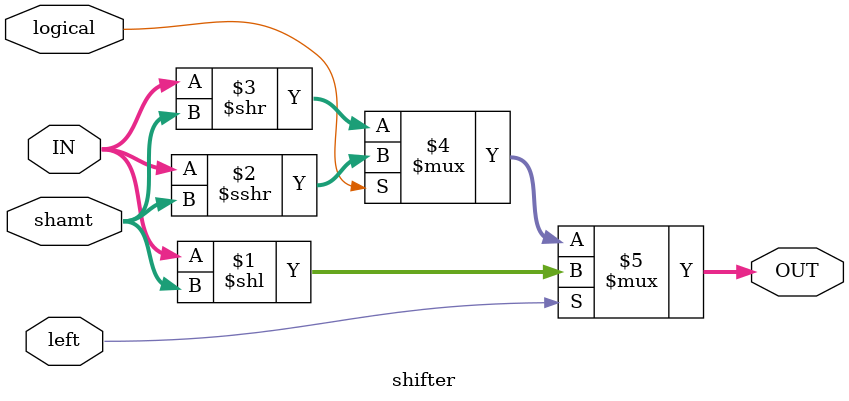
<source format=v>

`timescale 1ns / 1ps

module shifter #(parameter N=8)(
	input signed [N-1:0] IN,
	input [4:0] shamt,
	input left, input logical,
	output [N-1:0] OUT
    );
	 
	 assign OUT = left ? (IN << shamt) :
						(logical ? (IN >>> shamt) : (IN >> shamt)) ;


endmodule

</source>
